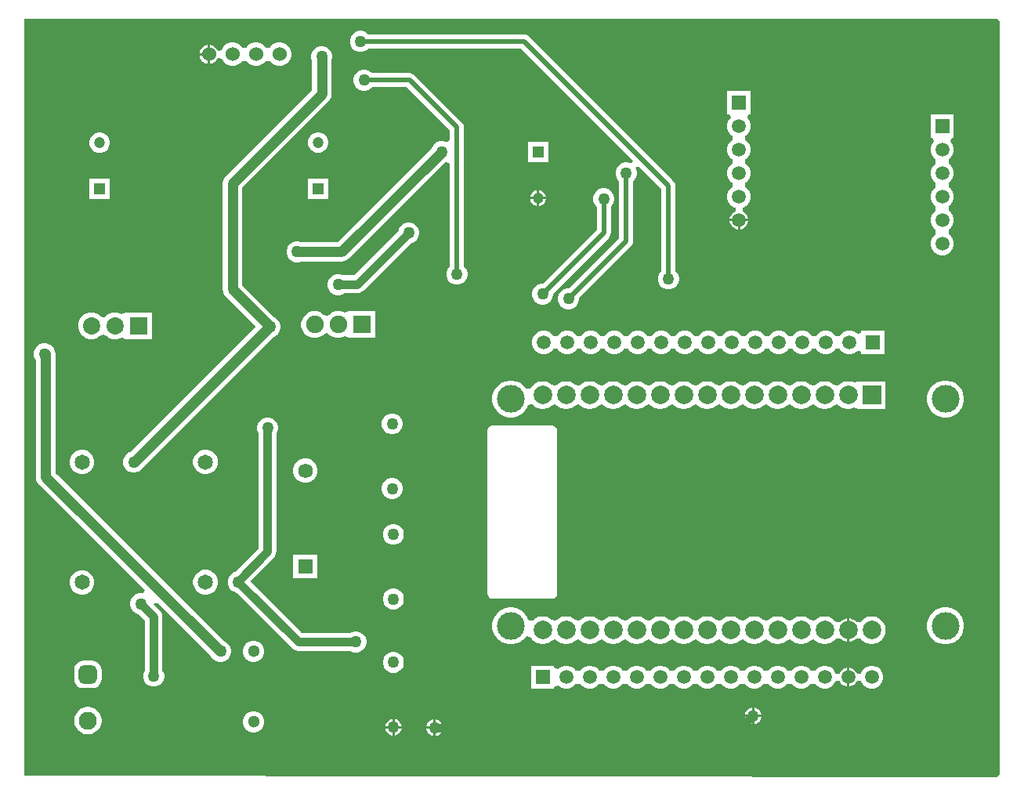
<source format=gtl>
G04*
G04 #@! TF.GenerationSoftware,Altium Limited,Altium Designer,24.5.2 (23)*
G04*
G04 Layer_Physical_Order=1*
G04 Layer_Color=255*
%FSLAX44Y44*%
%MOMM*%
G71*
G04*
G04 #@! TF.SameCoordinates,6AB9B958-AD33-4624-B604-30B7BB5DF34D*
G04*
G04*
G04 #@! TF.FilePolarity,Positive*
G04*
G01*
G75*
%ADD38C,1.1000*%
%ADD39C,0.5000*%
%ADD40C,0.9000*%
%ADD41C,1.5300*%
%ADD42C,1.9500*%
G04:AMPARAMS|DCode=43|XSize=1.95mm|YSize=1.95mm|CornerRadius=0.4875mm|HoleSize=0mm|Usage=FLASHONLY|Rotation=270.000|XOffset=0mm|YOffset=0mm|HoleType=Round|Shape=RoundedRectangle|*
%AMROUNDEDRECTD43*
21,1,1.9500,0.9750,0,0,270.0*
21,1,0.9750,1.9500,0,0,270.0*
1,1,0.9750,-0.4875,-0.4875*
1,1,0.9750,-0.4875,0.4875*
1,1,0.9750,0.4875,0.4875*
1,1,0.9750,0.4875,-0.4875*
%
%ADD43ROUNDEDRECTD43*%
%ADD44C,3.0000*%
%ADD45C,2.0000*%
%ADD46R,2.0000X2.0000*%
%ADD47R,1.5000X1.5000*%
%ADD48C,1.5000*%
%ADD49C,1.9100*%
%ADD50R,1.9100X1.9100*%
%ADD51C,1.6500*%
%ADD52C,1.5900*%
%ADD53R,1.5900X1.5900*%
%ADD54C,1.3000*%
%ADD55C,1.2580*%
%ADD56C,1.2000*%
%ADD57R,1.2000X1.2000*%
%ADD58R,1.5000X1.5000*%
%ADD59R,1.8600X1.8600*%
%ADD60C,1.8600*%
%ADD61C,1.2700*%
G36*
X1054100Y815340D02*
Y1560D01*
X1051270Y-1267D01*
X0Y0D01*
Y817880D01*
X1051152D01*
X1054100Y815340D01*
D02*
G37*
%LPC*%
G36*
X277255Y792430D02*
X273925D01*
X270707Y791568D01*
X267823Y789902D01*
X265467Y787547D01*
X265199Y787083D01*
X260581D01*
X260312Y787547D01*
X257957Y789902D01*
X255073Y791568D01*
X251855Y792430D01*
X248525D01*
X245307Y791568D01*
X242423Y789902D01*
X240068Y787547D01*
X239799Y787083D01*
X235181D01*
X234912Y787547D01*
X232557Y789902D01*
X229673Y791568D01*
X226455Y792430D01*
X223125D01*
X219907Y791568D01*
X217023Y789902D01*
X214667Y787547D01*
X213002Y784663D01*
X212887Y784234D01*
X209884Y783843D01*
X208695Y784043D01*
X207544Y786037D01*
X205647Y787934D01*
X203323Y789276D01*
X200732Y789970D01*
X200660D01*
Y779780D01*
Y769590D01*
X200732D01*
X203323Y770284D01*
X205647Y771626D01*
X207544Y773523D01*
X208695Y775517D01*
X209884Y775717D01*
X212887Y775326D01*
X213002Y774897D01*
X214667Y772013D01*
X217023Y769658D01*
X219907Y767992D01*
X223125Y767130D01*
X226455D01*
X229673Y767992D01*
X232557Y769658D01*
X234912Y772013D01*
X235181Y772477D01*
X239799D01*
X240068Y772013D01*
X242423Y769658D01*
X245307Y767992D01*
X248525Y767130D01*
X251855D01*
X255073Y767992D01*
X257957Y769658D01*
X260312Y772013D01*
X260581Y772477D01*
X265199D01*
X265467Y772013D01*
X267823Y769658D01*
X270707Y767992D01*
X273925Y767130D01*
X277255D01*
X280473Y767992D01*
X283357Y769658D01*
X285713Y772013D01*
X287378Y774897D01*
X288240Y778115D01*
Y781445D01*
X287378Y784663D01*
X285713Y787547D01*
X283357Y789902D01*
X280473Y791568D01*
X277255Y792430D01*
D02*
G37*
G36*
X198120Y789970D02*
X198048D01*
X195457Y789276D01*
X193133Y787934D01*
X191236Y786037D01*
X189894Y783713D01*
X189200Y781122D01*
Y781050D01*
X198120D01*
Y789970D01*
D02*
G37*
G36*
Y778510D02*
X189200D01*
Y778438D01*
X189894Y775847D01*
X191236Y773523D01*
X193133Y771626D01*
X195457Y770284D01*
X198048Y769590D01*
X198120D01*
Y778510D01*
D02*
G37*
G36*
X368524Y763190D02*
X365536D01*
X362649Y762417D01*
X360061Y760922D01*
X357948Y758809D01*
X356454Y756221D01*
X355680Y753334D01*
Y750346D01*
X356454Y747459D01*
X357948Y744871D01*
X360061Y742758D01*
X362649Y741264D01*
X365536Y740490D01*
X368524D01*
X371411Y741264D01*
X373999Y742758D01*
X375517Y744275D01*
X413427D01*
X459795Y697907D01*
Y686930D01*
X455795Y684621D01*
X455231Y684947D01*
X452344Y685720D01*
X449356D01*
X446469Y684947D01*
X443881Y683452D01*
X441768Y681339D01*
X440301Y678798D01*
X338513Y577011D01*
X298968D01*
X296134Y577770D01*
X293146D01*
X290259Y576996D01*
X287671Y575502D01*
X285558Y573389D01*
X284063Y570801D01*
X283290Y567914D01*
Y564926D01*
X284063Y562039D01*
X285558Y559451D01*
X287671Y557338D01*
X290259Y555844D01*
X293146Y555070D01*
X296134D01*
X298968Y555829D01*
X342900D01*
X342900Y555829D01*
X345641Y556190D01*
X348195Y557248D01*
X350389Y558931D01*
X455278Y663821D01*
X455795Y664119D01*
X459795Y661810D01*
Y550777D01*
X458278Y549259D01*
X456783Y546671D01*
X456010Y543784D01*
Y540796D01*
X456783Y537909D01*
X458278Y535321D01*
X460391Y533208D01*
X462979Y531713D01*
X465866Y530940D01*
X468854D01*
X471741Y531713D01*
X474329Y533208D01*
X476442Y535321D01*
X477937Y537909D01*
X478710Y540796D01*
Y543784D01*
X477937Y546671D01*
X476442Y549259D01*
X474925Y550777D01*
Y701040D01*
X474925Y701040D01*
X474667Y702998D01*
X473911Y704822D01*
X472709Y706389D01*
X472709Y706389D01*
X421909Y757189D01*
X420342Y758391D01*
X418518Y759147D01*
X416560Y759405D01*
X375517D01*
X373999Y760922D01*
X371411Y762417D01*
X368524Y763190D01*
D02*
G37*
G36*
X318948Y695530D02*
X316052D01*
X313254Y694780D01*
X310746Y693332D01*
X308698Y691284D01*
X307250Y688776D01*
X306500Y685978D01*
Y683082D01*
X307250Y680284D01*
X308698Y677776D01*
X310746Y675728D01*
X313254Y674280D01*
X316052Y673530D01*
X318948D01*
X321746Y674280D01*
X324254Y675728D01*
X326302Y677776D01*
X327750Y680284D01*
X328500Y683082D01*
Y685978D01*
X327750Y688776D01*
X326302Y691284D01*
X324254Y693332D01*
X321746Y694780D01*
X318948Y695530D01*
D02*
G37*
G36*
X82728Y695130D02*
X79832D01*
X77034Y694381D01*
X74526Y692932D01*
X72478Y690884D01*
X71030Y688376D01*
X70280Y685578D01*
Y682682D01*
X71030Y679884D01*
X72478Y677376D01*
X74526Y675328D01*
X77034Y673880D01*
X79832Y673130D01*
X82728D01*
X85526Y673880D01*
X88034Y675328D01*
X90082Y677376D01*
X91530Y679884D01*
X92280Y682682D01*
Y685578D01*
X91530Y688376D01*
X90082Y690884D01*
X88034Y692932D01*
X85526Y694381D01*
X82728Y695130D01*
D02*
G37*
G36*
X565990Y685370D02*
X543990D01*
Y663370D01*
X565990D01*
Y685370D01*
D02*
G37*
G36*
X364714Y805100D02*
X361726D01*
X358839Y804326D01*
X356251Y802832D01*
X354138Y800719D01*
X352644Y798131D01*
X351870Y795244D01*
Y792256D01*
X352644Y789369D01*
X354138Y786781D01*
X356251Y784668D01*
X358839Y783174D01*
X361726Y782400D01*
X364714D01*
X367601Y783174D01*
X370189Y784668D01*
X371707Y786185D01*
X536617D01*
X658112Y664689D01*
X655656Y661489D01*
X654621Y662086D01*
X651734Y662860D01*
X648746D01*
X645859Y662086D01*
X643271Y660592D01*
X641158Y658479D01*
X639664Y655891D01*
X638890Y653004D01*
Y650016D01*
X639664Y647129D01*
X641158Y644541D01*
X642675Y643023D01*
Y580983D01*
X588662Y526970D01*
X586516D01*
X583629Y526197D01*
X581041Y524702D01*
X578928Y522589D01*
X577434Y520001D01*
X576660Y517114D01*
Y514126D01*
X577434Y511239D01*
X578928Y508651D01*
X581041Y506538D01*
X583629Y505043D01*
X586516Y504270D01*
X589504D01*
X592391Y505043D01*
X594979Y506538D01*
X597092Y508651D01*
X598587Y511239D01*
X599360Y514126D01*
Y516272D01*
X655589Y572501D01*
X656791Y574068D01*
X657547Y575892D01*
X657805Y577850D01*
Y643023D01*
X659322Y644541D01*
X660816Y647129D01*
X661590Y650016D01*
Y653004D01*
X660816Y655891D01*
X660219Y656926D01*
X663419Y659382D01*
X688395Y634407D01*
Y545697D01*
X686878Y544179D01*
X685384Y541591D01*
X684610Y538704D01*
Y535716D01*
X685384Y532829D01*
X686878Y530241D01*
X688991Y528128D01*
X691579Y526633D01*
X694466Y525860D01*
X697454D01*
X700341Y526633D01*
X702929Y528128D01*
X705042Y530241D01*
X706536Y532829D01*
X707310Y535716D01*
Y538704D01*
X706536Y541591D01*
X705042Y544179D01*
X703525Y545697D01*
Y637540D01*
X703267Y639498D01*
X702511Y641322D01*
X701309Y642889D01*
X701309Y642889D01*
X545099Y799099D01*
X543532Y800301D01*
X541708Y801057D01*
X539750Y801315D01*
X371707D01*
X370189Y802832D01*
X367601Y804326D01*
X364714Y805100D01*
D02*
G37*
G36*
X556260Y632871D02*
Y625640D01*
X563491D01*
X562948Y627666D01*
X561824Y629614D01*
X560234Y631204D01*
X558286Y632328D01*
X556260Y632871D01*
D02*
G37*
G36*
X553720D02*
X551694Y632328D01*
X549746Y631204D01*
X548156Y629614D01*
X547032Y627666D01*
X546489Y625640D01*
X553720D01*
Y632871D01*
D02*
G37*
G36*
X328500Y645530D02*
X306500D01*
Y623530D01*
X328500D01*
Y645530D01*
D02*
G37*
G36*
X92280Y645130D02*
X70280D01*
Y623130D01*
X92280D01*
Y645130D01*
D02*
G37*
G36*
X563491Y623100D02*
X556260D01*
Y615869D01*
X558286Y616412D01*
X560234Y617536D01*
X561824Y619126D01*
X562948Y621074D01*
X563491Y623100D01*
D02*
G37*
G36*
X553720D02*
X546489D01*
X547032Y621074D01*
X548156Y619126D01*
X549746Y617536D01*
X551694Y616412D01*
X553720Y615869D01*
Y623100D01*
D02*
G37*
G36*
X784660Y740210D02*
X759660D01*
Y715210D01*
X761823D01*
X763382Y711210D01*
X762158Y709985D01*
X760512Y707135D01*
X759660Y703956D01*
Y700664D01*
X760512Y697485D01*
X762158Y694635D01*
X764485Y692308D01*
X765157Y691919D01*
Y687301D01*
X764485Y686913D01*
X762158Y684585D01*
X760512Y681735D01*
X759660Y678556D01*
Y675264D01*
X760512Y672085D01*
X762158Y669235D01*
X764485Y666908D01*
X765157Y666519D01*
Y661901D01*
X764485Y661513D01*
X762158Y659185D01*
X760512Y656335D01*
X759660Y653156D01*
Y649864D01*
X760512Y646685D01*
X762158Y643835D01*
X764485Y641507D01*
X765157Y641119D01*
Y636501D01*
X764485Y636113D01*
X762158Y633785D01*
X760512Y630935D01*
X759660Y627756D01*
Y624464D01*
X760512Y621285D01*
X762158Y618435D01*
X764485Y616107D01*
X767335Y614462D01*
X768286Y614207D01*
Y610066D01*
X768285Y610066D01*
X765995Y608744D01*
X764126Y606875D01*
X762804Y604585D01*
X762120Y602032D01*
Y601980D01*
X772160D01*
X782200D01*
Y602032D01*
X781516Y604585D01*
X780194Y606875D01*
X778325Y608744D01*
X776035Y610066D01*
X776034Y610066D01*
Y614207D01*
X776985Y614462D01*
X779835Y616107D01*
X782162Y618435D01*
X783808Y621285D01*
X784660Y624464D01*
Y627756D01*
X783808Y630935D01*
X782162Y633785D01*
X779835Y636113D01*
X779163Y636501D01*
Y641119D01*
X779835Y641507D01*
X782162Y643835D01*
X783808Y646685D01*
X784660Y649864D01*
Y653156D01*
X783808Y656335D01*
X782162Y659185D01*
X779835Y661513D01*
X779163Y661901D01*
Y666519D01*
X779835Y666908D01*
X782162Y669235D01*
X783808Y672085D01*
X784660Y675264D01*
Y678556D01*
X783808Y681735D01*
X782162Y684585D01*
X779835Y686913D01*
X779163Y687301D01*
Y691919D01*
X779835Y692308D01*
X782162Y694635D01*
X783808Y697485D01*
X784660Y700664D01*
Y703956D01*
X783808Y707135D01*
X782162Y709985D01*
X780938Y711210D01*
X782497Y715210D01*
X784660D01*
Y740210D01*
D02*
G37*
G36*
X782200Y599440D02*
X773430D01*
Y590670D01*
X773482D01*
X776035Y591354D01*
X778325Y592676D01*
X780194Y594545D01*
X781516Y596835D01*
X782200Y599388D01*
Y599440D01*
D02*
G37*
G36*
X770890D02*
X762120D01*
Y599388D01*
X762804Y596835D01*
X764126Y594545D01*
X765995Y592676D01*
X768285Y591354D01*
X770838Y590670D01*
X770890D01*
Y599440D01*
D02*
G37*
G36*
X1004370Y714810D02*
X979370D01*
Y689810D01*
X981533D01*
X983092Y685810D01*
X981868Y684585D01*
X980222Y681735D01*
X979370Y678556D01*
Y675264D01*
X980222Y672085D01*
X981868Y669235D01*
X984195Y666908D01*
X984867Y666519D01*
Y661901D01*
X984195Y661513D01*
X981868Y659185D01*
X980222Y656335D01*
X979370Y653156D01*
Y649864D01*
X980222Y646685D01*
X981868Y643835D01*
X984195Y641507D01*
X984867Y641119D01*
Y636501D01*
X984195Y636113D01*
X981868Y633785D01*
X980222Y630935D01*
X979370Y627756D01*
Y624464D01*
X980222Y621285D01*
X981868Y618435D01*
X984195Y616107D01*
X984867Y615719D01*
Y611101D01*
X984195Y610713D01*
X981868Y608385D01*
X980222Y605535D01*
X979370Y602356D01*
Y599064D01*
X980222Y595885D01*
X981868Y593035D01*
X984195Y590708D01*
X984867Y590319D01*
Y585701D01*
X984195Y585312D01*
X981868Y582985D01*
X980222Y580135D01*
X979370Y576956D01*
Y573664D01*
X980222Y570485D01*
X981868Y567635D01*
X984195Y565308D01*
X987045Y563662D01*
X990224Y562810D01*
X993516D01*
X996695Y563662D01*
X999545Y565308D01*
X1001872Y567635D01*
X1003518Y570485D01*
X1004370Y573664D01*
Y576956D01*
X1003518Y580135D01*
X1001872Y582985D01*
X999545Y585312D01*
X998873Y585701D01*
Y590319D01*
X999545Y590708D01*
X1001872Y593035D01*
X1003518Y595885D01*
X1004370Y599064D01*
Y602356D01*
X1003518Y605535D01*
X1001872Y608385D01*
X999545Y610713D01*
X998873Y611101D01*
Y615719D01*
X999545Y616107D01*
X1001872Y618435D01*
X1003518Y621285D01*
X1004370Y624464D01*
Y627756D01*
X1003518Y630935D01*
X1001872Y633785D01*
X999545Y636113D01*
X998873Y636501D01*
Y641119D01*
X999545Y641507D01*
X1001872Y643835D01*
X1003518Y646685D01*
X1004370Y649864D01*
Y653156D01*
X1003518Y656335D01*
X1001872Y659185D01*
X999545Y661513D01*
X998873Y661901D01*
Y666519D01*
X999545Y666908D01*
X1001872Y669235D01*
X1003518Y672085D01*
X1004370Y675264D01*
Y678556D01*
X1003518Y681735D01*
X1001872Y684585D01*
X1000648Y685810D01*
X1002207Y689810D01*
X1004370D01*
Y714810D01*
D02*
G37*
G36*
X416784Y598090D02*
X413796D01*
X410909Y597317D01*
X408321Y595822D01*
X406208Y593709D01*
X404714Y591121D01*
X404199Y589200D01*
X355972Y540973D01*
X344273D01*
X343471Y541437D01*
X340584Y542210D01*
X337596D01*
X334709Y541437D01*
X332121Y539942D01*
X330008Y537829D01*
X328513Y535241D01*
X327740Y532354D01*
Y529366D01*
X328513Y526479D01*
X330008Y523891D01*
X332121Y521778D01*
X334709Y520284D01*
X337596Y519510D01*
X340584D01*
X343471Y520284D01*
X346059Y521778D01*
X346091Y521809D01*
X359941D01*
X362421Y522136D01*
X364732Y523093D01*
X366717Y524616D01*
X417750Y575649D01*
X419671Y576163D01*
X422259Y577658D01*
X424372Y579771D01*
X425867Y582359D01*
X426640Y585246D01*
Y588234D01*
X425867Y591121D01*
X424372Y593709D01*
X422259Y595822D01*
X419671Y597317D01*
X416784Y598090D01*
D02*
G37*
G36*
X627604Y634920D02*
X624616D01*
X621729Y634146D01*
X619141Y632652D01*
X617028Y630539D01*
X615533Y627951D01*
X614760Y625064D01*
Y622076D01*
X615533Y619189D01*
X617028Y616601D01*
X618545Y615083D01*
Y589873D01*
X560722Y532050D01*
X558576D01*
X555689Y531277D01*
X553101Y529782D01*
X550988Y527669D01*
X549493Y525081D01*
X548720Y522194D01*
Y519206D01*
X549493Y516319D01*
X550988Y513731D01*
X553101Y511618D01*
X555689Y510123D01*
X558576Y509350D01*
X561564D01*
X564451Y510123D01*
X567039Y511618D01*
X569152Y513731D01*
X570647Y516319D01*
X571420Y519206D01*
Y521352D01*
X631459Y581391D01*
X631459Y581391D01*
X632661Y582958D01*
X633417Y584782D01*
X633675Y586740D01*
Y615083D01*
X635192Y616601D01*
X636687Y619189D01*
X637460Y622076D01*
Y625064D01*
X636687Y627951D01*
X635192Y630539D01*
X633079Y632652D01*
X630491Y634146D01*
X627604Y634920D01*
D02*
G37*
G36*
X350040Y502230D02*
X346040Y500468D01*
X344706Y501238D01*
X341006Y502230D01*
X337174D01*
X333474Y501238D01*
X330156Y499323D01*
X328971Y498138D01*
X326340Y497065D01*
X323708Y498138D01*
X322524Y499323D01*
X319206Y501238D01*
X315506Y502230D01*
X311674D01*
X307974Y501238D01*
X304656Y499323D01*
X301947Y496614D01*
X300032Y493296D01*
X299040Y489595D01*
Y485765D01*
X300032Y482064D01*
X301947Y478746D01*
X304656Y476037D01*
X307974Y474122D01*
X311674Y473130D01*
X315506D01*
X319206Y474122D01*
X322524Y476037D01*
X323708Y477222D01*
X326340Y478295D01*
X328971Y477222D01*
X330156Y476037D01*
X333474Y474122D01*
X337174Y473130D01*
X341006D01*
X344706Y474122D01*
X346040Y474892D01*
X350040Y473130D01*
Y473130D01*
X379140D01*
Y502230D01*
X350040D01*
Y502230D01*
D02*
G37*
G36*
X108890Y500710D02*
X104890Y498823D01*
X103310Y499735D01*
X99673Y500710D01*
X95907D01*
X92270Y499735D01*
X89010Y497853D01*
X87681Y496525D01*
X85090Y495626D01*
X82499Y496525D01*
X81170Y497853D01*
X77910Y499735D01*
X74273Y500710D01*
X70507D01*
X66870Y499735D01*
X63610Y497853D01*
X60947Y495190D01*
X59065Y491930D01*
X58090Y488293D01*
Y484527D01*
X59065Y480890D01*
X60947Y477630D01*
X63610Y474967D01*
X66870Y473085D01*
X70507Y472110D01*
X74273D01*
X77910Y473085D01*
X81170Y474967D01*
X82499Y476295D01*
X85090Y477194D01*
X87681Y476295D01*
X89010Y474967D01*
X92270Y473085D01*
X95907Y472110D01*
X99673D01*
X103310Y473085D01*
X104890Y473997D01*
X108890Y472110D01*
Y472110D01*
X137490D01*
Y500710D01*
X108890D01*
Y500710D01*
D02*
G37*
G36*
X929440Y481130D02*
X904440D01*
Y478967D01*
X900440Y477408D01*
X899215Y478633D01*
X896365Y480278D01*
X893186Y481130D01*
X889894D01*
X886715Y480278D01*
X883865Y478633D01*
X881537Y476305D01*
X881149Y475633D01*
X876531D01*
X876143Y476305D01*
X873815Y478633D01*
X870965Y480278D01*
X867786Y481130D01*
X864494D01*
X861315Y480278D01*
X858465Y478633D01*
X856137Y476305D01*
X855749Y475633D01*
X851131D01*
X850742Y476305D01*
X848415Y478633D01*
X845565Y480278D01*
X842386Y481130D01*
X839094D01*
X835915Y480278D01*
X833065Y478633D01*
X830738Y476305D01*
X830349Y475633D01*
X825731D01*
X825342Y476305D01*
X823015Y478633D01*
X820165Y480278D01*
X816986Y481130D01*
X813694D01*
X810515Y480278D01*
X807665Y478633D01*
X805338Y476305D01*
X804949Y475633D01*
X800331D01*
X799942Y476305D01*
X797615Y478633D01*
X794765Y480278D01*
X791586Y481130D01*
X788294D01*
X785115Y480278D01*
X782265Y478633D01*
X779938Y476305D01*
X779549Y475633D01*
X774931D01*
X774542Y476305D01*
X772215Y478633D01*
X769365Y480278D01*
X766186Y481130D01*
X762894D01*
X759715Y480278D01*
X756865Y478633D01*
X754538Y476305D01*
X754149Y475633D01*
X749531D01*
X749143Y476305D01*
X746815Y478633D01*
X743965Y480278D01*
X740786Y481130D01*
X737494D01*
X734315Y480278D01*
X731465Y478633D01*
X729137Y476305D01*
X728749Y475633D01*
X724131D01*
X723743Y476305D01*
X721415Y478633D01*
X718565Y480278D01*
X715386Y481130D01*
X712094D01*
X708915Y480278D01*
X706065Y478633D01*
X703737Y476305D01*
X703349Y475633D01*
X698731D01*
X698343Y476305D01*
X696015Y478633D01*
X693165Y480278D01*
X689986Y481130D01*
X686694D01*
X683515Y480278D01*
X680665Y478633D01*
X678337Y476305D01*
X677949Y475633D01*
X673331D01*
X672943Y476305D01*
X670615Y478633D01*
X667765Y480278D01*
X664586Y481130D01*
X661294D01*
X658115Y480278D01*
X655265Y478633D01*
X652937Y476305D01*
X652549Y475633D01*
X647931D01*
X647542Y476305D01*
X645215Y478633D01*
X642365Y480278D01*
X639186Y481130D01*
X635894D01*
X632715Y480278D01*
X629865Y478633D01*
X627537Y476305D01*
X627149Y475633D01*
X622531D01*
X622142Y476305D01*
X619815Y478633D01*
X616965Y480278D01*
X613786Y481130D01*
X610494D01*
X607315Y480278D01*
X604465Y478633D01*
X602137Y476305D01*
X601749Y475633D01*
X597131D01*
X596743Y476305D01*
X594415Y478633D01*
X591565Y480278D01*
X588386Y481130D01*
X585094D01*
X581915Y480278D01*
X579065Y478633D01*
X576738Y476305D01*
X576349Y475633D01*
X571731D01*
X571343Y476305D01*
X569015Y478633D01*
X566165Y480278D01*
X562986Y481130D01*
X559694D01*
X556515Y480278D01*
X553665Y478633D01*
X551338Y476305D01*
X549692Y473455D01*
X548840Y470276D01*
Y466984D01*
X549692Y463805D01*
X551338Y460955D01*
X553665Y458628D01*
X556515Y456982D01*
X559694Y456130D01*
X562986D01*
X566165Y456982D01*
X569015Y458628D01*
X571343Y460955D01*
X571731Y461627D01*
X576349D01*
X576738Y460955D01*
X579065Y458628D01*
X581915Y456982D01*
X585094Y456130D01*
X588386D01*
X591565Y456982D01*
X594415Y458628D01*
X596743Y460955D01*
X597131Y461627D01*
X601749D01*
X602137Y460955D01*
X604465Y458628D01*
X607315Y456982D01*
X610494Y456130D01*
X613786D01*
X616965Y456982D01*
X619815Y458628D01*
X622142Y460955D01*
X622531Y461627D01*
X627149D01*
X627537Y460955D01*
X629865Y458628D01*
X632715Y456982D01*
X635894Y456130D01*
X639186D01*
X642365Y456982D01*
X645215Y458628D01*
X647542Y460955D01*
X647931Y461627D01*
X652549D01*
X652937Y460955D01*
X655265Y458628D01*
X658115Y456982D01*
X661294Y456130D01*
X664586D01*
X667765Y456982D01*
X670615Y458628D01*
X672943Y460955D01*
X673331Y461627D01*
X677949D01*
X678337Y460955D01*
X680665Y458628D01*
X683515Y456982D01*
X686694Y456130D01*
X689986D01*
X693165Y456982D01*
X696015Y458628D01*
X698343Y460955D01*
X698731Y461627D01*
X703349D01*
X703737Y460955D01*
X706065Y458628D01*
X708915Y456982D01*
X712094Y456130D01*
X715386D01*
X718565Y456982D01*
X721415Y458628D01*
X723743Y460955D01*
X724131Y461627D01*
X728749D01*
X729137Y460955D01*
X731465Y458628D01*
X734315Y456982D01*
X737494Y456130D01*
X740786D01*
X743965Y456982D01*
X746815Y458628D01*
X749143Y460955D01*
X749531Y461627D01*
X754149D01*
X754538Y460955D01*
X756865Y458628D01*
X759715Y456982D01*
X762894Y456130D01*
X766186D01*
X769365Y456982D01*
X772215Y458628D01*
X774542Y460955D01*
X774931Y461627D01*
X779549D01*
X779938Y460955D01*
X782265Y458628D01*
X785115Y456982D01*
X788294Y456130D01*
X791586D01*
X794765Y456982D01*
X797615Y458628D01*
X799942Y460955D01*
X800331Y461627D01*
X804949D01*
X805338Y460955D01*
X807665Y458628D01*
X810515Y456982D01*
X813694Y456130D01*
X816986D01*
X820165Y456982D01*
X823015Y458628D01*
X825342Y460955D01*
X825731Y461627D01*
X830349D01*
X830738Y460955D01*
X833065Y458628D01*
X835915Y456982D01*
X839094Y456130D01*
X842386D01*
X845565Y456982D01*
X848415Y458628D01*
X850742Y460955D01*
X851131Y461627D01*
X855749D01*
X856137Y460955D01*
X858465Y458628D01*
X861315Y456982D01*
X864494Y456130D01*
X867786D01*
X870965Y456982D01*
X873815Y458628D01*
X876143Y460955D01*
X876531Y461627D01*
X881149D01*
X881537Y460955D01*
X883865Y458628D01*
X886715Y456982D01*
X889894Y456130D01*
X893186D01*
X896365Y456982D01*
X899215Y458628D01*
X900440Y459852D01*
X904440Y458293D01*
Y456130D01*
X929440D01*
Y481130D01*
D02*
G37*
G36*
X527740Y427280D02*
X523801D01*
X519937Y426511D01*
X516297Y425004D01*
X513021Y422815D01*
X510235Y420029D01*
X508047Y416753D01*
X506539Y413114D01*
X505770Y409250D01*
Y405310D01*
X506539Y401446D01*
X508047Y397806D01*
X510235Y394531D01*
X513021Y391745D01*
X516297Y389556D01*
X519937Y388048D01*
X523801Y387280D01*
X527740D01*
X531604Y388048D01*
X535244Y389556D01*
X538520Y391745D01*
X541305Y394531D01*
X543494Y397806D01*
X544589Y400450D01*
X546892Y401333D01*
X547082Y401365D01*
X549049Y401288D01*
X550508Y399829D01*
X552965Y398187D01*
X555695Y397057D01*
X558593Y396480D01*
X561547D01*
X564445Y397057D01*
X567175Y398187D01*
X569632Y399829D01*
X570095Y400292D01*
X572770Y401460D01*
X575445Y400292D01*
X575908Y399829D01*
X578365Y398187D01*
X581095Y397057D01*
X583993Y396480D01*
X586947D01*
X589845Y397057D01*
X592575Y398187D01*
X595032Y399829D01*
X595495Y400292D01*
X598170Y401460D01*
X600845Y400292D01*
X601308Y399829D01*
X603765Y398187D01*
X606495Y397057D01*
X609393Y396480D01*
X612347D01*
X615245Y397057D01*
X617975Y398187D01*
X620432Y399829D01*
X620895Y400292D01*
X623570Y401460D01*
X626245Y400292D01*
X626708Y399829D01*
X629165Y398187D01*
X631895Y397057D01*
X634793Y396480D01*
X637747D01*
X640645Y397057D01*
X643375Y398187D01*
X645832Y399829D01*
X646295Y400292D01*
X648970Y401460D01*
X651645Y400292D01*
X652108Y399829D01*
X654565Y398187D01*
X657295Y397057D01*
X660193Y396480D01*
X663147D01*
X666045Y397057D01*
X668775Y398187D01*
X671232Y399829D01*
X671695Y400292D01*
X674370Y401460D01*
X677045Y400292D01*
X677508Y399829D01*
X679965Y398187D01*
X682695Y397057D01*
X685593Y396480D01*
X688547D01*
X691445Y397057D01*
X694175Y398187D01*
X696632Y399829D01*
X697095Y400292D01*
X699770Y401460D01*
X702445Y400292D01*
X702908Y399829D01*
X705365Y398187D01*
X708095Y397057D01*
X710993Y396480D01*
X713947D01*
X716845Y397057D01*
X719575Y398187D01*
X722032Y399829D01*
X722495Y400292D01*
X725170Y401460D01*
X727845Y400292D01*
X728308Y399829D01*
X730765Y398187D01*
X733495Y397057D01*
X736393Y396480D01*
X739347D01*
X742245Y397057D01*
X744975Y398187D01*
X747432Y399829D01*
X747895Y400292D01*
X750570Y401460D01*
X753245Y400292D01*
X753708Y399829D01*
X756165Y398187D01*
X758895Y397057D01*
X761793Y396480D01*
X764747D01*
X767645Y397057D01*
X770375Y398187D01*
X772832Y399829D01*
X773295Y400292D01*
X775970Y401460D01*
X778645Y400292D01*
X779108Y399829D01*
X781565Y398187D01*
X784295Y397057D01*
X787193Y396480D01*
X790147D01*
X793045Y397057D01*
X795775Y398187D01*
X798232Y399829D01*
X798695Y400292D01*
X801370Y401460D01*
X804045Y400292D01*
X804508Y399829D01*
X806965Y398187D01*
X809695Y397057D01*
X812593Y396480D01*
X815547D01*
X818445Y397057D01*
X821175Y398187D01*
X823632Y399829D01*
X824095Y400292D01*
X826770Y401460D01*
X829445Y400292D01*
X829908Y399829D01*
X832365Y398187D01*
X835095Y397057D01*
X837993Y396480D01*
X840947D01*
X843845Y397057D01*
X846575Y398187D01*
X849032Y399829D01*
X849495Y400292D01*
X852170Y401460D01*
X854845Y400292D01*
X855308Y399829D01*
X857765Y398187D01*
X860495Y397057D01*
X863393Y396480D01*
X866347D01*
X869245Y397057D01*
X871975Y398187D01*
X874432Y399829D01*
X874895Y400292D01*
X877570Y401460D01*
X880245Y400292D01*
X880708Y399829D01*
X883165Y398187D01*
X885895Y397057D01*
X888793Y396480D01*
X891747D01*
X894645Y397057D01*
X896670Y397895D01*
X900670Y396480D01*
Y396480D01*
X930670D01*
Y426480D01*
X900670D01*
X900670Y426480D01*
X896670Y425065D01*
X894645Y425904D01*
X891747Y426480D01*
X888793D01*
X885895Y425904D01*
X883165Y424773D01*
X880708Y423131D01*
X880245Y422668D01*
X877570Y421500D01*
X874895Y422668D01*
X874432Y423131D01*
X871975Y424773D01*
X869245Y425904D01*
X866347Y426480D01*
X863393D01*
X860495Y425904D01*
X857765Y424773D01*
X855308Y423131D01*
X854845Y422668D01*
X852170Y421500D01*
X849495Y422668D01*
X849032Y423131D01*
X846575Y424773D01*
X843845Y425904D01*
X840947Y426480D01*
X837993D01*
X835095Y425904D01*
X832365Y424773D01*
X829908Y423131D01*
X829445Y422668D01*
X826770Y421500D01*
X824095Y422668D01*
X823632Y423131D01*
X821175Y424773D01*
X818445Y425904D01*
X815547Y426480D01*
X812593D01*
X809695Y425904D01*
X806965Y424773D01*
X804508Y423131D01*
X804045Y422668D01*
X801370Y421500D01*
X798695Y422668D01*
X798232Y423131D01*
X795775Y424773D01*
X793045Y425904D01*
X790147Y426480D01*
X787193D01*
X784295Y425904D01*
X781565Y424773D01*
X779108Y423131D01*
X778645Y422668D01*
X775970Y421500D01*
X773295Y422668D01*
X772832Y423131D01*
X770375Y424773D01*
X767645Y425904D01*
X764747Y426480D01*
X761793D01*
X758895Y425904D01*
X756165Y424773D01*
X753708Y423131D01*
X753245Y422668D01*
X750570Y421500D01*
X747895Y422668D01*
X747432Y423131D01*
X744975Y424773D01*
X742245Y425904D01*
X739347Y426480D01*
X736393D01*
X733495Y425904D01*
X730765Y424773D01*
X728308Y423131D01*
X727845Y422668D01*
X725170Y421500D01*
X722495Y422668D01*
X722032Y423131D01*
X719575Y424773D01*
X716845Y425904D01*
X713947Y426480D01*
X710993D01*
X708095Y425904D01*
X705365Y424773D01*
X702908Y423131D01*
X702445Y422668D01*
X699770Y421500D01*
X697095Y422668D01*
X696632Y423131D01*
X694175Y424773D01*
X691445Y425904D01*
X688547Y426480D01*
X685593D01*
X682695Y425904D01*
X679965Y424773D01*
X677508Y423131D01*
X677045Y422668D01*
X674370Y421500D01*
X671695Y422668D01*
X671232Y423131D01*
X668775Y424773D01*
X666045Y425904D01*
X663147Y426480D01*
X660193D01*
X657295Y425904D01*
X654565Y424773D01*
X652108Y423131D01*
X651645Y422668D01*
X648970Y421500D01*
X646295Y422668D01*
X645832Y423131D01*
X643375Y424773D01*
X640645Y425904D01*
X637747Y426480D01*
X634793D01*
X631895Y425904D01*
X629165Y424773D01*
X626708Y423131D01*
X626245Y422668D01*
X623570Y421500D01*
X620895Y422668D01*
X620432Y423131D01*
X617975Y424773D01*
X615245Y425904D01*
X612347Y426480D01*
X609393D01*
X606495Y425904D01*
X603765Y424773D01*
X601308Y423131D01*
X600845Y422668D01*
X598170Y421500D01*
X595495Y422668D01*
X595032Y423131D01*
X592575Y424773D01*
X589845Y425904D01*
X586947Y426480D01*
X583993D01*
X581095Y425904D01*
X578365Y424773D01*
X575908Y423131D01*
X575445Y422668D01*
X572770Y421500D01*
X570095Y422668D01*
X569632Y423131D01*
X567175Y424773D01*
X564445Y425904D01*
X561547Y426480D01*
X558593D01*
X555695Y425904D01*
X552965Y424773D01*
X550508Y423131D01*
X548419Y421042D01*
X546777Y418585D01*
X542380Y418421D01*
X541305Y420029D01*
X538520Y422815D01*
X535244Y425004D01*
X531604Y426511D01*
X527740Y427280D01*
D02*
G37*
G36*
X997240D02*
X993300D01*
X989436Y426511D01*
X985797Y425004D01*
X982521Y422815D01*
X979735Y420029D01*
X977546Y416753D01*
X976039Y413114D01*
X975270Y409250D01*
Y405310D01*
X976039Y401446D01*
X977546Y397806D01*
X979735Y394531D01*
X982521Y391745D01*
X985797Y389556D01*
X989436Y388048D01*
X993300Y387280D01*
X997240D01*
X1001104Y388048D01*
X1004744Y389556D01*
X1008019Y391745D01*
X1010805Y394531D01*
X1012994Y397806D01*
X1014501Y401446D01*
X1015270Y405310D01*
Y409250D01*
X1014501Y413114D01*
X1012994Y416753D01*
X1010805Y420029D01*
X1008019Y422815D01*
X1004744Y425004D01*
X1001104Y426511D01*
X997240Y427280D01*
D02*
G37*
G36*
X398996Y391730D02*
X396024D01*
X393152Y390961D01*
X390578Y389474D01*
X388476Y387372D01*
X386989Y384798D01*
X386220Y381926D01*
Y378954D01*
X386989Y376082D01*
X388476Y373508D01*
X390578Y371406D01*
X393152Y369920D01*
X396024Y369150D01*
X398996D01*
X401868Y369920D01*
X404442Y371406D01*
X406544Y373508D01*
X408031Y376082D01*
X408800Y378954D01*
Y381926D01*
X408031Y384798D01*
X406544Y387372D01*
X404442Y389474D01*
X401868Y390961D01*
X398996Y391730D01*
D02*
G37*
G36*
X322804Y788590D02*
X319816D01*
X316929Y787816D01*
X314341Y786322D01*
X312228Y784209D01*
X310734Y781621D01*
X309960Y778734D01*
Y775746D01*
X310719Y772912D01*
Y740987D01*
X217301Y647569D01*
X215618Y645375D01*
X214560Y642821D01*
X214199Y640080D01*
X214199Y640080D01*
Y525780D01*
X214199Y525780D01*
X214560Y523039D01*
X215618Y520485D01*
X217301Y518291D01*
X250135Y485457D01*
X114569Y349892D01*
X113729Y349666D01*
X111141Y348172D01*
X109028Y346059D01*
X107534Y343471D01*
X106760Y340584D01*
Y337596D01*
X107534Y334709D01*
X109028Y332121D01*
X111141Y330008D01*
X113729Y328513D01*
X116616Y327740D01*
X119604D01*
X122491Y328513D01*
X125079Y330008D01*
X127192Y332121D01*
X127792Y333160D01*
X268971Y474338D01*
X269811Y474563D01*
X272399Y476058D01*
X274512Y478171D01*
X276007Y480759D01*
X276780Y483646D01*
Y486634D01*
X276007Y489521D01*
X274512Y492109D01*
X272399Y494222D01*
X269858Y495689D01*
X235381Y530167D01*
Y635693D01*
X328799Y729111D01*
X328799Y729111D01*
X330482Y731305D01*
X331540Y733859D01*
X331901Y736600D01*
X331901Y736600D01*
Y772912D01*
X332660Y775746D01*
Y778734D01*
X331886Y781621D01*
X330392Y784209D01*
X328279Y786322D01*
X325691Y787816D01*
X322804Y788590D01*
D02*
G37*
G36*
X197324Y352570D02*
X193836D01*
X190466Y351667D01*
X187444Y349923D01*
X184977Y347456D01*
X183233Y344434D01*
X182330Y341064D01*
Y337576D01*
X183233Y334206D01*
X184977Y331185D01*
X187444Y328717D01*
X190466Y326973D01*
X193836Y326070D01*
X197324D01*
X200694Y326973D01*
X203716Y328717D01*
X206183Y331185D01*
X207927Y334206D01*
X208830Y337576D01*
Y341064D01*
X207927Y344434D01*
X206183Y347456D01*
X203716Y349923D01*
X200694Y351667D01*
X197324Y352570D01*
D02*
G37*
G36*
X63974Y352340D02*
X60486D01*
X57116Y351437D01*
X54094Y349693D01*
X51627Y347226D01*
X49883Y344204D01*
X48980Y340834D01*
Y337346D01*
X49883Y333976D01*
X51627Y330954D01*
X54094Y328487D01*
X57116Y326743D01*
X60486Y325840D01*
X63974D01*
X67344Y326743D01*
X70366Y328487D01*
X72833Y330954D01*
X74577Y333976D01*
X75480Y337346D01*
Y340834D01*
X74577Y344204D01*
X72833Y347226D01*
X70366Y349693D01*
X67344Y351437D01*
X63974Y352340D01*
D02*
G37*
G36*
X305235Y342880D02*
X301825D01*
X298531Y341998D01*
X295578Y340293D01*
X293167Y337882D01*
X291462Y334929D01*
X290580Y331635D01*
Y328225D01*
X291462Y324932D01*
X293167Y321979D01*
X295578Y319568D01*
X298531Y317863D01*
X301825Y316980D01*
X305235D01*
X308528Y317863D01*
X311481Y319568D01*
X313893Y321979D01*
X315597Y324932D01*
X316480Y328225D01*
Y331635D01*
X315597Y334929D01*
X313893Y337882D01*
X311481Y340293D01*
X308528Y341998D01*
X305235Y342880D01*
D02*
G37*
G36*
X398996Y321730D02*
X396024D01*
X393152Y320960D01*
X390578Y319474D01*
X388476Y317372D01*
X386989Y314798D01*
X386220Y311926D01*
Y308953D01*
X386989Y306082D01*
X388476Y303508D01*
X390578Y301406D01*
X393152Y299919D01*
X396024Y299150D01*
X398996D01*
X401868Y299919D01*
X404442Y301406D01*
X406544Y303508D01*
X408031Y306082D01*
X408800Y308953D01*
Y311926D01*
X408031Y314798D01*
X406544Y317372D01*
X404442Y319474D01*
X401868Y320960D01*
X398996Y321730D01*
D02*
G37*
G36*
X400266Y272350D02*
X397294D01*
X394422Y271581D01*
X391848Y270094D01*
X389746Y267992D01*
X388259Y265418D01*
X387490Y262547D01*
Y259574D01*
X388259Y256702D01*
X389746Y254128D01*
X391848Y252026D01*
X394422Y250540D01*
X397294Y249770D01*
X400266D01*
X403138Y250540D01*
X405712Y252026D01*
X407814Y254128D01*
X409301Y256702D01*
X410070Y259574D01*
Y262547D01*
X409301Y265418D01*
X407814Y267992D01*
X405712Y270094D01*
X403138Y271581D01*
X400266Y272350D01*
D02*
G37*
G36*
X316480Y239280D02*
X290580D01*
Y213380D01*
X316480D01*
Y239280D01*
D02*
G37*
G36*
X23084Y467280D02*
X20096D01*
X17209Y466507D01*
X14621Y465012D01*
X12508Y462899D01*
X11013Y460311D01*
X10240Y457424D01*
Y454436D01*
X11013Y451549D01*
X12269Y449374D01*
Y323088D01*
X12269Y323088D01*
X12630Y320347D01*
X13688Y317793D01*
X15371Y315599D01*
X130264Y200707D01*
X128194Y197120D01*
X127224Y197380D01*
X124236D01*
X121349Y196607D01*
X118761Y195112D01*
X116648Y192999D01*
X115154Y190411D01*
X114380Y187524D01*
Y184536D01*
X115154Y181649D01*
X116648Y179061D01*
X118761Y176948D01*
X121349Y175453D01*
X123090Y174987D01*
X130118Y167959D01*
Y114054D01*
X129123Y112331D01*
X128350Y109444D01*
Y106456D01*
X129123Y103569D01*
X130618Y100981D01*
X132731Y98868D01*
X135319Y97374D01*
X138206Y96600D01*
X141194D01*
X144081Y97374D01*
X146669Y98868D01*
X148782Y100981D01*
X150276Y103569D01*
X151050Y106456D01*
Y109444D01*
X150276Y112331D01*
X149282Y114054D01*
Y171928D01*
X148955Y174408D01*
X147998Y176719D01*
X146475Y178703D01*
X139663Y185516D01*
X139679Y185635D01*
X143902Y187069D01*
X202582Y128389D01*
X203008Y127651D01*
X205121Y125538D01*
X207709Y124044D01*
X210596Y123270D01*
X213584D01*
X216471Y124044D01*
X219059Y125538D01*
X221172Y127651D01*
X222666Y130239D01*
X223440Y133126D01*
Y136114D01*
X222666Y139001D01*
X221172Y141589D01*
X219059Y143702D01*
X216471Y145197D01*
X215457Y145468D01*
X33451Y327475D01*
Y456685D01*
X33090Y459426D01*
X32032Y461980D01*
X30349Y464174D01*
X28155Y465857D01*
X25601Y466915D01*
X23333Y467213D01*
X23084Y467280D01*
D02*
G37*
G36*
X197324Y222570D02*
X193836D01*
X190466Y221667D01*
X187444Y219923D01*
X184977Y217456D01*
X183233Y214434D01*
X182330Y211064D01*
Y207575D01*
X183233Y204206D01*
X184977Y201184D01*
X187444Y198717D01*
X190466Y196973D01*
X193836Y196070D01*
X197324D01*
X200694Y196973D01*
X203716Y198717D01*
X206183Y201184D01*
X207927Y204206D01*
X208830Y207575D01*
Y211064D01*
X207927Y214434D01*
X206183Y217456D01*
X203716Y219923D01*
X200694Y221667D01*
X197324Y222570D01*
D02*
G37*
G36*
X63974Y222340D02*
X60486D01*
X57116Y221437D01*
X54094Y219692D01*
X51627Y217225D01*
X49883Y214204D01*
X48980Y210834D01*
Y207345D01*
X49883Y203976D01*
X51627Y200954D01*
X54094Y198487D01*
X57116Y196743D01*
X60486Y195840D01*
X63974D01*
X67344Y196743D01*
X70366Y198487D01*
X72833Y200954D01*
X74577Y203976D01*
X75480Y207345D01*
Y210834D01*
X74577Y214204D01*
X72833Y217225D01*
X70366Y219692D01*
X67344Y221437D01*
X63974Y222340D01*
D02*
G37*
G36*
X570670Y378678D02*
X505770D01*
X503819Y378290D01*
X502165Y377185D01*
X501060Y375531D01*
X500672Y373580D01*
Y196680D01*
X501060Y194729D01*
X502165Y193075D01*
X503819Y191970D01*
X505770Y191582D01*
X570670D01*
X572621Y191970D01*
X574275Y193075D01*
X575380Y194729D01*
X575768Y196680D01*
Y373580D01*
X575380Y375531D01*
X574275Y377185D01*
X572621Y378290D01*
X570670Y378678D01*
D02*
G37*
G36*
X400266Y202350D02*
X397294D01*
X394422Y201580D01*
X391848Y200094D01*
X389746Y197992D01*
X388259Y195418D01*
X387490Y192546D01*
Y189573D01*
X388259Y186702D01*
X389746Y184128D01*
X391848Y182026D01*
X394422Y180539D01*
X397294Y179770D01*
X400266D01*
X403138Y180539D01*
X405712Y182026D01*
X407814Y184128D01*
X409301Y186702D01*
X410070Y189573D01*
Y192546D01*
X409301Y195418D01*
X407814Y197992D01*
X405712Y200094D01*
X403138Y201580D01*
X400266Y202350D01*
D02*
G37*
G36*
X917147Y172480D02*
X914193D01*
X911295Y171903D01*
X908565Y170773D01*
X906108Y169131D01*
X904019Y167042D01*
X903927Y166905D01*
X903252Y166584D01*
X898989Y166495D01*
X897970Y167514D01*
X895110Y169165D01*
X891921Y170020D01*
X891540D01*
Y157480D01*
Y144940D01*
X891921D01*
X895110Y145795D01*
X897970Y147445D01*
X898989Y148465D01*
X903252Y148376D01*
X903927Y148055D01*
X904019Y147918D01*
X906108Y145829D01*
X908565Y144187D01*
X911295Y143056D01*
X914193Y142480D01*
X917147D01*
X920045Y143056D01*
X922775Y144187D01*
X925232Y145829D01*
X927321Y147918D01*
X928963Y150375D01*
X930094Y153105D01*
X930670Y156003D01*
Y158957D01*
X930094Y161855D01*
X928963Y164585D01*
X927321Y167042D01*
X925232Y169131D01*
X922775Y170773D01*
X920045Y171903D01*
X917147Y172480D01*
D02*
G37*
G36*
X527740Y182180D02*
X523801D01*
X519937Y181411D01*
X516297Y179904D01*
X513021Y177715D01*
X510235Y174929D01*
X508047Y171654D01*
X506539Y168014D01*
X505770Y164150D01*
Y160210D01*
X506539Y156346D01*
X508047Y152706D01*
X510235Y149431D01*
X513021Y146645D01*
X516297Y144456D01*
X519937Y142949D01*
X523801Y142180D01*
X527740D01*
X531604Y142949D01*
X535244Y144456D01*
X538520Y146645D01*
X541305Y149431D01*
X542252Y150847D01*
X546766Y150403D01*
X546777Y150375D01*
X548419Y147918D01*
X550508Y145829D01*
X552965Y144187D01*
X555695Y143056D01*
X558593Y142480D01*
X561547D01*
X564445Y143056D01*
X567175Y144187D01*
X569632Y145829D01*
X570095Y146292D01*
X572770Y147460D01*
X575445Y146292D01*
X575908Y145829D01*
X578365Y144187D01*
X581095Y143056D01*
X583993Y142480D01*
X586947D01*
X589845Y143056D01*
X592575Y144187D01*
X595032Y145829D01*
X595495Y146292D01*
X598170Y147460D01*
X600845Y146292D01*
X601308Y145829D01*
X603765Y144187D01*
X606495Y143056D01*
X609393Y142480D01*
X612347D01*
X615245Y143056D01*
X617975Y144187D01*
X620432Y145829D01*
X620895Y146292D01*
X623570Y147460D01*
X626245Y146292D01*
X626708Y145829D01*
X629165Y144187D01*
X631895Y143056D01*
X634793Y142480D01*
X637747D01*
X640645Y143056D01*
X643375Y144187D01*
X645832Y145829D01*
X646295Y146292D01*
X648970Y147460D01*
X651645Y146292D01*
X652108Y145829D01*
X654565Y144187D01*
X657295Y143056D01*
X660193Y142480D01*
X663147D01*
X666045Y143056D01*
X668775Y144187D01*
X671232Y145829D01*
X671695Y146292D01*
X674370Y147460D01*
X677045Y146292D01*
X677508Y145829D01*
X679965Y144187D01*
X682695Y143056D01*
X685593Y142480D01*
X688547D01*
X691445Y143056D01*
X694175Y144187D01*
X696632Y145829D01*
X697095Y146292D01*
X699770Y147460D01*
X702445Y146292D01*
X702908Y145829D01*
X705365Y144187D01*
X708095Y143056D01*
X710993Y142480D01*
X713947D01*
X716845Y143056D01*
X719575Y144187D01*
X722032Y145829D01*
X722495Y146292D01*
X725170Y147460D01*
X727845Y146292D01*
X728308Y145829D01*
X730765Y144187D01*
X733495Y143056D01*
X736393Y142480D01*
X739347D01*
X742245Y143056D01*
X744975Y144187D01*
X747432Y145829D01*
X747895Y146292D01*
X750570Y147460D01*
X753245Y146292D01*
X753708Y145829D01*
X756165Y144187D01*
X758895Y143056D01*
X761793Y142480D01*
X764747D01*
X767645Y143056D01*
X770375Y144187D01*
X772832Y145829D01*
X773295Y146292D01*
X775970Y147460D01*
X778645Y146292D01*
X779108Y145829D01*
X781565Y144187D01*
X784295Y143056D01*
X787193Y142480D01*
X790147D01*
X793045Y143056D01*
X795775Y144187D01*
X798232Y145829D01*
X798695Y146292D01*
X801370Y147460D01*
X804045Y146292D01*
X804508Y145829D01*
X806965Y144187D01*
X809695Y143056D01*
X812593Y142480D01*
X815547D01*
X818445Y143056D01*
X821175Y144187D01*
X823632Y145829D01*
X824095Y146292D01*
X826770Y147460D01*
X829445Y146292D01*
X829908Y145829D01*
X832365Y144187D01*
X835095Y143056D01*
X837993Y142480D01*
X840947D01*
X843845Y143056D01*
X846575Y144187D01*
X849032Y145829D01*
X849495Y146292D01*
X852170Y147460D01*
X854845Y146292D01*
X855308Y145829D01*
X857765Y144187D01*
X860495Y143056D01*
X863393Y142480D01*
X866347D01*
X869245Y143056D01*
X871975Y144187D01*
X874432Y145829D01*
X876521Y147918D01*
X876613Y148055D01*
X877288Y148376D01*
X881551Y148465D01*
X882570Y147445D01*
X885430Y145795D01*
X888619Y144940D01*
X889000D01*
Y157480D01*
Y170020D01*
X888619D01*
X885430Y169165D01*
X882570Y167514D01*
X881551Y166495D01*
X877288Y166584D01*
X876613Y166905D01*
X876521Y167042D01*
X874432Y169131D01*
X871975Y170773D01*
X869245Y171903D01*
X866347Y172480D01*
X863393D01*
X860495Y171903D01*
X857765Y170773D01*
X855308Y169131D01*
X854845Y168668D01*
X852170Y167500D01*
X849495Y168668D01*
X849032Y169131D01*
X846575Y170773D01*
X843845Y171903D01*
X840947Y172480D01*
X837993D01*
X835095Y171903D01*
X832365Y170773D01*
X829908Y169131D01*
X829445Y168668D01*
X826770Y167500D01*
X824095Y168668D01*
X823632Y169131D01*
X821175Y170773D01*
X818445Y171903D01*
X815547Y172480D01*
X812593D01*
X809695Y171903D01*
X806965Y170773D01*
X804508Y169131D01*
X804045Y168668D01*
X801370Y167500D01*
X798695Y168668D01*
X798232Y169131D01*
X795775Y170773D01*
X793045Y171903D01*
X790147Y172480D01*
X787193D01*
X784295Y171903D01*
X781565Y170773D01*
X779108Y169131D01*
X778645Y168668D01*
X775970Y167500D01*
X773295Y168668D01*
X772832Y169131D01*
X770375Y170773D01*
X767645Y171903D01*
X764747Y172480D01*
X761793D01*
X758895Y171903D01*
X756165Y170773D01*
X753708Y169131D01*
X753245Y168668D01*
X750570Y167500D01*
X747895Y168668D01*
X747432Y169131D01*
X744975Y170773D01*
X742245Y171903D01*
X739347Y172480D01*
X736393D01*
X733495Y171903D01*
X730765Y170773D01*
X728308Y169131D01*
X727845Y168668D01*
X725170Y167500D01*
X722495Y168668D01*
X722032Y169131D01*
X719575Y170773D01*
X716845Y171903D01*
X713947Y172480D01*
X710993D01*
X708095Y171903D01*
X705365Y170773D01*
X702908Y169131D01*
X702445Y168668D01*
X699770Y167500D01*
X697095Y168668D01*
X696632Y169131D01*
X694175Y170773D01*
X691445Y171903D01*
X688547Y172480D01*
X685593D01*
X682695Y171903D01*
X679965Y170773D01*
X677508Y169131D01*
X677045Y168668D01*
X674370Y167500D01*
X671695Y168668D01*
X671232Y169131D01*
X668775Y170773D01*
X666045Y171903D01*
X663147Y172480D01*
X660193D01*
X657295Y171903D01*
X654565Y170773D01*
X652108Y169131D01*
X651645Y168668D01*
X648970Y167500D01*
X646295Y168668D01*
X645832Y169131D01*
X643375Y170773D01*
X640645Y171903D01*
X637747Y172480D01*
X634793D01*
X631895Y171903D01*
X629165Y170773D01*
X626708Y169131D01*
X626245Y168668D01*
X623570Y167500D01*
X620895Y168668D01*
X620432Y169131D01*
X617975Y170773D01*
X615245Y171903D01*
X612347Y172480D01*
X609393D01*
X606495Y171903D01*
X603765Y170773D01*
X601308Y169131D01*
X600845Y168668D01*
X598170Y167500D01*
X595495Y168668D01*
X595032Y169131D01*
X592575Y170773D01*
X589845Y171903D01*
X586947Y172480D01*
X583993D01*
X581095Y171903D01*
X578365Y170773D01*
X575908Y169131D01*
X575445Y168668D01*
X572770Y167500D01*
X570095Y168668D01*
X569632Y169131D01*
X567175Y170773D01*
X564445Y171903D01*
X561547Y172480D01*
X558593D01*
X555695Y171903D01*
X552965Y170773D01*
X550508Y169131D01*
X549132Y167755D01*
X546454Y167923D01*
X544717Y168701D01*
X543494Y171654D01*
X541305Y174929D01*
X538520Y177715D01*
X535244Y179904D01*
X531604Y181411D01*
X527740Y182180D01*
D02*
G37*
G36*
X997240D02*
X993300D01*
X989436Y181411D01*
X985797Y179904D01*
X982521Y177715D01*
X979735Y174929D01*
X977546Y171654D01*
X976039Y168014D01*
X975270Y164150D01*
Y160210D01*
X976039Y156346D01*
X977546Y152706D01*
X979735Y149431D01*
X982521Y146645D01*
X985797Y144456D01*
X989436Y142949D01*
X993300Y142180D01*
X997240D01*
X1001104Y142949D01*
X1004744Y144456D01*
X1008019Y146645D01*
X1010805Y149431D01*
X1012994Y152706D01*
X1014501Y156346D01*
X1015270Y160210D01*
Y164150D01*
X1014501Y168014D01*
X1012994Y171654D01*
X1010805Y174929D01*
X1008019Y177715D01*
X1004744Y179904D01*
X1001104Y181411D01*
X997240Y182180D01*
D02*
G37*
G36*
X264384Y387270D02*
X261396D01*
X258509Y386497D01*
X255921Y385002D01*
X253808Y382889D01*
X252313Y380301D01*
X251540Y377414D01*
Y374426D01*
X252313Y371539D01*
X253038Y370284D01*
Y246000D01*
X227313Y220275D01*
X226759Y220126D01*
X224171Y218632D01*
X222058Y216519D01*
X220564Y213931D01*
X219790Y211044D01*
Y208056D01*
X220564Y205169D01*
X222058Y202581D01*
X224171Y200468D01*
X226759Y198974D01*
X228680Y198459D01*
X289135Y138005D01*
X291119Y136482D01*
X293430Y135525D01*
X295910Y135198D01*
X352036D01*
X353759Y134204D01*
X356646Y133430D01*
X359634D01*
X362521Y134204D01*
X365109Y135698D01*
X367222Y137811D01*
X368717Y140399D01*
X369490Y143286D01*
Y146274D01*
X368717Y149161D01*
X367222Y151749D01*
X365109Y153862D01*
X362521Y155357D01*
X359634Y156130D01*
X356646D01*
X353759Y155357D01*
X352036Y154362D01*
X299879D01*
X244190Y210051D01*
X269396Y235256D01*
X270919Y237241D01*
X271876Y239552D01*
X272202Y242031D01*
Y369349D01*
X273466Y371539D01*
X274240Y374426D01*
Y377414D01*
X273466Y380301D01*
X271972Y382889D01*
X269859Y385002D01*
X267271Y386497D01*
X264384Y387270D01*
D02*
G37*
G36*
X249164Y146120D02*
X246136D01*
X243211Y145336D01*
X240589Y143822D01*
X238448Y141681D01*
X236934Y139059D01*
X236150Y136134D01*
Y133106D01*
X236934Y130181D01*
X238448Y127559D01*
X240589Y125418D01*
X243211Y123904D01*
X246136Y123120D01*
X249164D01*
X252089Y123904D01*
X254711Y125418D01*
X256852Y127559D01*
X258366Y130181D01*
X259150Y133106D01*
Y136134D01*
X258366Y139059D01*
X256852Y141681D01*
X254711Y143822D01*
X252089Y145336D01*
X249164Y146120D01*
D02*
G37*
G36*
X866516Y119180D02*
X863224D01*
X860045Y118328D01*
X857195Y116683D01*
X854867Y114355D01*
X854479Y113683D01*
X849861D01*
X849473Y114355D01*
X847145Y116683D01*
X844295Y118328D01*
X841116Y119180D01*
X837824D01*
X834645Y118328D01*
X831795Y116683D01*
X829467Y114355D01*
X829079Y113683D01*
X824461D01*
X824072Y114355D01*
X821745Y116683D01*
X818895Y118328D01*
X815716Y119180D01*
X812424D01*
X809245Y118328D01*
X806395Y116683D01*
X804068Y114355D01*
X803679Y113683D01*
X799061D01*
X798672Y114355D01*
X796345Y116683D01*
X793495Y118328D01*
X790316Y119180D01*
X787024D01*
X783845Y118328D01*
X780995Y116683D01*
X778668Y114355D01*
X778279Y113683D01*
X773661D01*
X773272Y114355D01*
X770945Y116683D01*
X768095Y118328D01*
X764916Y119180D01*
X761624D01*
X758445Y118328D01*
X755595Y116683D01*
X753268Y114355D01*
X752879Y113683D01*
X748261D01*
X747872Y114355D01*
X745545Y116683D01*
X742695Y118328D01*
X739516Y119180D01*
X736224D01*
X733045Y118328D01*
X730195Y116683D01*
X727868Y114355D01*
X727479Y113683D01*
X722861D01*
X722473Y114355D01*
X720145Y116683D01*
X717295Y118328D01*
X714116Y119180D01*
X710824D01*
X707645Y118328D01*
X704795Y116683D01*
X702467Y114355D01*
X702079Y113683D01*
X697461D01*
X697073Y114355D01*
X694745Y116683D01*
X691895Y118328D01*
X688716Y119180D01*
X685424D01*
X682245Y118328D01*
X679395Y116683D01*
X677067Y114355D01*
X676679Y113683D01*
X672061D01*
X671673Y114355D01*
X669345Y116683D01*
X666495Y118328D01*
X663316Y119180D01*
X660024D01*
X656845Y118328D01*
X653995Y116683D01*
X651667Y114355D01*
X651279Y113683D01*
X646661D01*
X646273Y114355D01*
X643945Y116683D01*
X641095Y118328D01*
X637916Y119180D01*
X634624D01*
X631445Y118328D01*
X628595Y116683D01*
X626268Y114355D01*
X625879Y113683D01*
X621261D01*
X620872Y114355D01*
X618545Y116683D01*
X615695Y118328D01*
X612516Y119180D01*
X609224D01*
X606045Y118328D01*
X603195Y116683D01*
X600868Y114355D01*
X600479Y113683D01*
X595861D01*
X595472Y114355D01*
X593145Y116683D01*
X590295Y118328D01*
X587116Y119180D01*
X583824D01*
X580645Y118328D01*
X577795Y116683D01*
X576570Y115458D01*
X572570Y117017D01*
Y119180D01*
X547570D01*
Y94180D01*
X572570D01*
Y96343D01*
X576570Y97902D01*
X577795Y96678D01*
X580645Y95032D01*
X583824Y94180D01*
X587116D01*
X590295Y95032D01*
X593145Y96678D01*
X595472Y99005D01*
X595861Y99677D01*
X600479D01*
X600868Y99005D01*
X603195Y96678D01*
X606045Y95032D01*
X609224Y94180D01*
X612516D01*
X615695Y95032D01*
X618545Y96678D01*
X620872Y99005D01*
X621261Y99677D01*
X625879D01*
X626268Y99005D01*
X628595Y96678D01*
X631445Y95032D01*
X634624Y94180D01*
X637916D01*
X641095Y95032D01*
X643945Y96678D01*
X646273Y99005D01*
X646661Y99677D01*
X651279D01*
X651667Y99005D01*
X653995Y96678D01*
X656845Y95032D01*
X660024Y94180D01*
X663316D01*
X666495Y95032D01*
X669345Y96678D01*
X671673Y99005D01*
X672061Y99677D01*
X676679D01*
X677067Y99005D01*
X679395Y96678D01*
X682245Y95032D01*
X685424Y94180D01*
X688716D01*
X691895Y95032D01*
X694745Y96678D01*
X697073Y99005D01*
X697461Y99677D01*
X702079D01*
X702467Y99005D01*
X704795Y96678D01*
X707645Y95032D01*
X710824Y94180D01*
X714116D01*
X717295Y95032D01*
X720145Y96678D01*
X722473Y99005D01*
X722861Y99677D01*
X727479D01*
X727868Y99005D01*
X730195Y96678D01*
X733045Y95032D01*
X736224Y94180D01*
X739516D01*
X742695Y95032D01*
X745545Y96678D01*
X747872Y99005D01*
X748261Y99677D01*
X752879D01*
X753268Y99005D01*
X755595Y96678D01*
X758445Y95032D01*
X761624Y94180D01*
X764916D01*
X768095Y95032D01*
X770945Y96678D01*
X773272Y99005D01*
X773661Y99677D01*
X778279D01*
X778668Y99005D01*
X780995Y96678D01*
X783845Y95032D01*
X787024Y94180D01*
X790316D01*
X793495Y95032D01*
X796345Y96678D01*
X798672Y99005D01*
X799061Y99677D01*
X803679D01*
X804068Y99005D01*
X806395Y96678D01*
X809245Y95032D01*
X812424Y94180D01*
X815716D01*
X818895Y95032D01*
X821745Y96678D01*
X824072Y99005D01*
X824461Y99677D01*
X829079D01*
X829467Y99005D01*
X831795Y96678D01*
X834645Y95032D01*
X837824Y94180D01*
X841116D01*
X844295Y95032D01*
X847145Y96678D01*
X849473Y99005D01*
X849861Y99677D01*
X854479D01*
X854867Y99005D01*
X857195Y96678D01*
X860045Y95032D01*
X863224Y94180D01*
X866516D01*
X869695Y95032D01*
X872545Y96678D01*
X874873Y99005D01*
X876518Y101855D01*
X876773Y102806D01*
X880914D01*
X880914Y102805D01*
X882236Y100515D01*
X884105Y98646D01*
X886395Y97324D01*
X888948Y96640D01*
X889000D01*
Y106680D01*
Y116720D01*
X888948D01*
X886395Y116036D01*
X884105Y114714D01*
X882236Y112845D01*
X880914Y110555D01*
X880914Y110554D01*
X876773D01*
X876518Y111505D01*
X874873Y114355D01*
X872545Y116683D01*
X869695Y118328D01*
X866516Y119180D01*
D02*
G37*
G36*
X400266Y133920D02*
X397294D01*
X394422Y133151D01*
X391848Y131664D01*
X389746Y129562D01*
X388259Y126988D01*
X387490Y124116D01*
Y121144D01*
X388259Y118272D01*
X389746Y115698D01*
X391848Y113596D01*
X394422Y112110D01*
X397294Y111340D01*
X400266D01*
X403138Y112110D01*
X405712Y113596D01*
X407814Y115698D01*
X409301Y118272D01*
X410070Y121144D01*
Y124116D01*
X409301Y126988D01*
X407814Y129562D01*
X405712Y131664D01*
X403138Y133151D01*
X400266Y133920D01*
D02*
G37*
G36*
X917316Y119180D02*
X914024D01*
X910845Y118328D01*
X907995Y116683D01*
X905667Y114355D01*
X904022Y111505D01*
X903767Y110554D01*
X899626D01*
X899626Y110555D01*
X898304Y112845D01*
X896435Y114714D01*
X894145Y116036D01*
X891592Y116720D01*
X891540D01*
Y106680D01*
Y96640D01*
X891592D01*
X894145Y97324D01*
X896435Y98646D01*
X898304Y100515D01*
X899626Y102805D01*
X899626Y102806D01*
X903767D01*
X904022Y101855D01*
X905667Y99005D01*
X907995Y96678D01*
X910845Y95032D01*
X914024Y94180D01*
X917316D01*
X920495Y95032D01*
X923345Y96678D01*
X925673Y99005D01*
X927318Y101855D01*
X928170Y105034D01*
Y108326D01*
X927318Y111505D01*
X925673Y114355D01*
X923345Y116683D01*
X920495Y118328D01*
X917316Y119180D01*
D02*
G37*
G36*
X73455Y124525D02*
X63705D01*
X61127Y124186D01*
X58725Y123191D01*
X56662Y121608D01*
X55079Y119545D01*
X54084Y117143D01*
X53745Y114565D01*
Y104815D01*
X54084Y102237D01*
X55079Y99835D01*
X56662Y97772D01*
X58725Y96189D01*
X61127Y95194D01*
X63705Y94855D01*
X73455D01*
X76033Y95194D01*
X78435Y96189D01*
X80498Y97772D01*
X82081Y99835D01*
X83076Y102237D01*
X83415Y104815D01*
Y114565D01*
X83076Y117143D01*
X82081Y119545D01*
X80498Y121608D01*
X78435Y123191D01*
X76033Y124186D01*
X73455Y124525D01*
D02*
G37*
G36*
X788670Y73633D02*
Y66040D01*
X796263D01*
X795684Y68201D01*
X794514Y70229D01*
X792859Y71884D01*
X790831Y73054D01*
X788670Y73633D01*
D02*
G37*
G36*
X786130D02*
X783969Y73054D01*
X781941Y71884D01*
X780286Y70229D01*
X779116Y68201D01*
X778537Y66040D01*
X786130D01*
Y73633D01*
D02*
G37*
G36*
X796263Y63500D02*
X788670D01*
Y55907D01*
X790831Y56486D01*
X792859Y57656D01*
X794514Y59311D01*
X795684Y61339D01*
X796263Y63500D01*
D02*
G37*
G36*
X786130D02*
X778537D01*
X779116Y61339D01*
X780286Y59311D01*
X781941Y57656D01*
X783969Y56486D01*
X786130Y55907D01*
Y63500D01*
D02*
G37*
G36*
X400050Y61431D02*
Y53900D01*
X407581D01*
X407008Y56038D01*
X405846Y58052D01*
X404202Y59696D01*
X402188Y60858D01*
X400050Y61431D01*
D02*
G37*
G36*
X397510D02*
X395372Y60858D01*
X393358Y59696D01*
X391714Y58052D01*
X390552Y56038D01*
X389979Y53900D01*
X397510D01*
Y61431D01*
D02*
G37*
G36*
X444500Y60933D02*
Y53340D01*
X452093D01*
X451514Y55501D01*
X450344Y57529D01*
X448689Y59184D01*
X446661Y60354D01*
X444500Y60933D01*
D02*
G37*
G36*
X441960D02*
X439799Y60354D01*
X437771Y59184D01*
X436116Y57529D01*
X434946Y55501D01*
X434367Y53340D01*
X441960D01*
Y60933D01*
D02*
G37*
G36*
X249164Y69920D02*
X246136D01*
X243211Y69136D01*
X240589Y67622D01*
X238448Y65481D01*
X236934Y62859D01*
X236150Y59934D01*
Y56906D01*
X236934Y53981D01*
X238448Y51359D01*
X240589Y49218D01*
X243211Y47704D01*
X246136Y46920D01*
X249164D01*
X252089Y47704D01*
X254711Y49218D01*
X256852Y51359D01*
X258366Y53981D01*
X259150Y56906D01*
Y59934D01*
X258366Y62859D01*
X256852Y65481D01*
X254711Y67622D01*
X252089Y69136D01*
X249164Y69920D01*
D02*
G37*
G36*
X70033Y74440D02*
X67127D01*
X64278Y73873D01*
X61593Y72761D01*
X59177Y71147D01*
X57123Y69093D01*
X55509Y66677D01*
X54397Y63992D01*
X53830Y61143D01*
Y58237D01*
X54397Y55388D01*
X55509Y52703D01*
X57123Y50287D01*
X59177Y48233D01*
X61593Y46619D01*
X64278Y45507D01*
X67127Y44940D01*
X70033D01*
X72882Y45507D01*
X75567Y46619D01*
X77983Y48233D01*
X80037Y50287D01*
X81651Y52703D01*
X82763Y55388D01*
X83330Y58237D01*
Y61143D01*
X82763Y63992D01*
X81651Y66677D01*
X80037Y69093D01*
X77983Y71147D01*
X75567Y72761D01*
X72882Y73873D01*
X70033Y74440D01*
D02*
G37*
G36*
X407581Y51360D02*
X400050D01*
Y43829D01*
X402188Y44402D01*
X404202Y45564D01*
X405846Y47208D01*
X407008Y49222D01*
X407581Y51360D01*
D02*
G37*
G36*
X397510D02*
X389979D01*
X390552Y49222D01*
X391714Y47208D01*
X393358Y45564D01*
X395372Y44402D01*
X397510Y43829D01*
Y51360D01*
D02*
G37*
G36*
X452093Y50800D02*
X444500D01*
Y43207D01*
X446661Y43786D01*
X448689Y44956D01*
X450344Y46611D01*
X451514Y48639D01*
X452093Y50800D01*
D02*
G37*
G36*
X441960D02*
X434367D01*
X434946Y48639D01*
X436116Y46611D01*
X437771Y44956D01*
X439799Y43786D01*
X441960Y43207D01*
Y50800D01*
D02*
G37*
%LPD*%
D38*
X321310Y736600D02*
Y777240D01*
X224790Y640080D02*
X321310Y736600D01*
X342900Y566420D02*
X450850Y674370D01*
X294640Y566420D02*
X342900D01*
X22860Y323088D02*
Y456685D01*
Y323088D02*
X211328Y134620D01*
X224790Y525780D02*
Y640080D01*
Y525780D02*
X265430Y485140D01*
X118745Y339090D02*
X264795Y485140D01*
D39*
X539750Y793750D02*
X695960Y637540D01*
X363220Y793750D02*
X539750D01*
X588010Y515620D02*
X650240Y577850D01*
Y651510D01*
X626110Y586740D02*
Y623570D01*
X560070Y520700D02*
X626110Y586740D01*
X695960Y537210D02*
Y637540D01*
X467360Y542290D02*
Y701040D01*
X416560Y751840D02*
X467360Y701040D01*
X367030Y751840D02*
X416560D01*
D40*
X443230Y52070D02*
X773699D01*
X786399Y64770D01*
X787400D01*
X295910Y144780D02*
X358140D01*
X125730Y185898D02*
Y186030D01*
Y185898D02*
X139700Y171928D01*
Y107950D02*
Y171928D01*
X339621Y531391D02*
X359941D01*
X415290Y586740D01*
X339090Y530860D02*
X339621Y531391D01*
X231140Y209550D02*
X295910Y144780D01*
X262620Y242031D02*
Y375650D01*
X262890Y375920D01*
X231140Y210551D02*
X262620Y242031D01*
X231140Y209550D02*
Y210551D01*
X264795Y485140D02*
X265430D01*
X118110Y339090D02*
X118745D01*
D41*
X275590Y779780D02*
D03*
X199390D02*
D03*
X224790D02*
D03*
X250190D02*
D03*
D42*
X68580Y59690D02*
D03*
D43*
Y109690D02*
D03*
D44*
X995270Y407280D02*
D03*
Y162180D02*
D03*
X525770D02*
D03*
Y407280D02*
D03*
D45*
X560070Y157480D02*
D03*
X585470D02*
D03*
X610870D02*
D03*
X636270D02*
D03*
X661670D02*
D03*
X687070D02*
D03*
X712470D02*
D03*
X737870D02*
D03*
X763270D02*
D03*
X788670D02*
D03*
X814070D02*
D03*
X839470D02*
D03*
X864870D02*
D03*
X890270D02*
D03*
X915670D02*
D03*
X560070Y411480D02*
D03*
X585470D02*
D03*
X610870D02*
D03*
X636270D02*
D03*
X661670D02*
D03*
X687070D02*
D03*
X712470D02*
D03*
X737870D02*
D03*
X763270D02*
D03*
X788670D02*
D03*
X814070D02*
D03*
X839470D02*
D03*
X864870D02*
D03*
X890270D02*
D03*
D46*
X915670D02*
D03*
D47*
X916940Y468630D02*
D03*
X560070Y106680D02*
D03*
D48*
X891540Y468630D02*
D03*
X866140D02*
D03*
X840740D02*
D03*
X815340D02*
D03*
X789940D02*
D03*
X764540D02*
D03*
X739140D02*
D03*
X713740D02*
D03*
X688340D02*
D03*
X662940D02*
D03*
X637540D02*
D03*
X612140D02*
D03*
X586740D02*
D03*
X561340D02*
D03*
X991870Y676910D02*
D03*
Y651510D02*
D03*
Y626110D02*
D03*
Y600710D02*
D03*
Y575310D02*
D03*
X772160Y702310D02*
D03*
Y676910D02*
D03*
Y651510D02*
D03*
Y626110D02*
D03*
Y600710D02*
D03*
X915670Y106680D02*
D03*
X890270D02*
D03*
X864870D02*
D03*
X839470D02*
D03*
X814070D02*
D03*
X788670D02*
D03*
X763270D02*
D03*
X737870D02*
D03*
X712470D02*
D03*
X687070D02*
D03*
X661670D02*
D03*
X636270D02*
D03*
X610870D02*
D03*
X585470D02*
D03*
D49*
X313590Y487680D02*
D03*
X339090D02*
D03*
D50*
X364590D02*
D03*
D51*
X195580Y339320D02*
D03*
Y209320D02*
D03*
X62230Y209090D02*
D03*
Y339090D02*
D03*
D52*
X303530Y329930D02*
D03*
D53*
Y226330D02*
D03*
D54*
X247650Y134620D02*
D03*
Y58420D02*
D03*
D55*
X397510Y310440D02*
D03*
Y380440D02*
D03*
X398780Y191060D02*
D03*
Y261060D02*
D03*
Y122630D02*
D03*
Y52630D02*
D03*
D56*
X317500Y684530D02*
D03*
X81280Y684130D02*
D03*
X554990Y624370D02*
D03*
D57*
X317500Y634530D02*
D03*
X81280Y634130D02*
D03*
X554990Y674370D02*
D03*
D58*
X991870Y702310D02*
D03*
X772160Y727710D02*
D03*
D59*
X123190Y486410D02*
D03*
D60*
X97790D02*
D03*
X72390D02*
D03*
D61*
X321310Y777240D02*
D03*
X363220Y793750D02*
D03*
X443230Y52070D02*
D03*
X358140Y144780D02*
D03*
X787400Y64770D02*
D03*
X588010Y515620D02*
D03*
X560070Y520700D02*
D03*
X695960Y537210D02*
D03*
X125730Y186030D02*
D03*
X415290Y586740D02*
D03*
X339090Y530860D02*
D03*
X450850Y674370D02*
D03*
X626110Y623570D02*
D03*
X467360Y542290D02*
D03*
X139700Y107950D02*
D03*
X262890Y375920D02*
D03*
X231140Y209550D02*
D03*
X212090Y134620D02*
D03*
X21590Y455930D02*
D03*
X294640Y566420D02*
D03*
X367030Y751840D02*
D03*
X650240Y651510D02*
D03*
X118110Y339090D02*
D03*
X265430Y485140D02*
D03*
M02*

</source>
